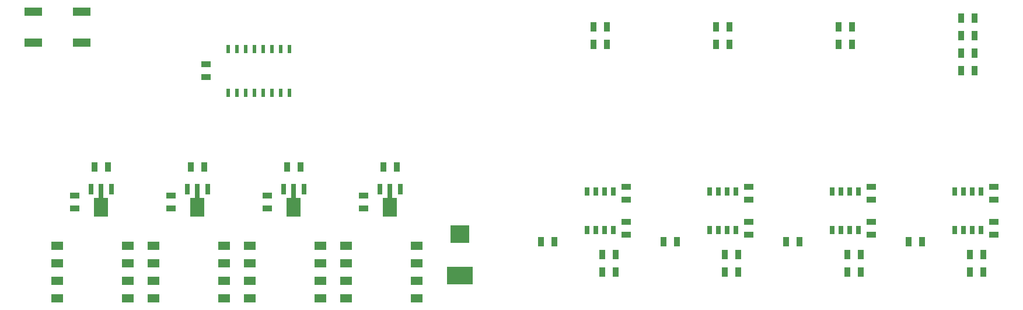
<source format=gtp>
G04 #@! TF.FileFunction,Paste,Top*
%FSLAX46Y46*%
G04 Gerber Fmt 4.6, Leading zero omitted, Abs format (unit mm)*
G04 Created by KiCad (PCBNEW 4.0.2-stable) date 18/09/2016 18:07:30*
%MOMM*%
G01*
G04 APERTURE LIST*
%ADD10C,0.150000*%
%ADD11R,0.889000X1.397000*%
%ADD12R,1.397000X0.889000*%
%ADD13R,2.700020X2.550160*%
%ADD14R,3.799840X2.550160*%
%ADD15R,1.800000X1.200000*%
%ADD16R,0.508000X1.143000*%
%ADD17R,0.701040X1.600200*%
%ADD18R,0.701040X2.100580*%
%ADD19R,1.998980X2.750820*%
%ADD20R,0.635000X1.270000*%
%ADD21R,2.600000X1.300000*%
G04 APERTURE END LIST*
D10*
D11*
X154622500Y-102235000D03*
X152717500Y-102235000D03*
D12*
X127000000Y-97472500D03*
X127000000Y-95567500D03*
D11*
X131762500Y-91440000D03*
X129857500Y-91440000D03*
D12*
X165100000Y-101282500D03*
X165100000Y-99377500D03*
X165100000Y-94297500D03*
X165100000Y-96202500D03*
D11*
X172402500Y-102235000D03*
X170497500Y-102235000D03*
D12*
X113030000Y-97472500D03*
X113030000Y-95567500D03*
D11*
X117792500Y-91440000D03*
X115887500Y-91440000D03*
D12*
X182880000Y-101282500D03*
X182880000Y-99377500D03*
X182880000Y-94297500D03*
X182880000Y-96202500D03*
D11*
X190182500Y-102235000D03*
X188277500Y-102235000D03*
D12*
X99060000Y-97472500D03*
X99060000Y-95567500D03*
D11*
X103822500Y-91440000D03*
X101917500Y-91440000D03*
D12*
X200660000Y-101282500D03*
X200660000Y-99377500D03*
X200660000Y-94297500D03*
X200660000Y-96202500D03*
D11*
X207962500Y-102235000D03*
X206057500Y-102235000D03*
D12*
X85090000Y-97472500D03*
X85090000Y-95567500D03*
D11*
X89852500Y-91440000D03*
X87947500Y-91440000D03*
D12*
X218440000Y-101282500D03*
X218440000Y-99377500D03*
X218440000Y-94297500D03*
X218440000Y-96202500D03*
D13*
X140970000Y-101140260D03*
D14*
X140970000Y-107139740D03*
D15*
X134640000Y-110490000D03*
X134640000Y-107950000D03*
X134640000Y-105410000D03*
X134640000Y-102870000D03*
X124440000Y-102870000D03*
X124440000Y-105410000D03*
X124440000Y-107950000D03*
X124440000Y-110490000D03*
X120670000Y-110490000D03*
X120670000Y-107950000D03*
X120670000Y-105410000D03*
X120670000Y-102870000D03*
X110470000Y-102870000D03*
X110470000Y-105410000D03*
X110470000Y-107950000D03*
X110470000Y-110490000D03*
X106700000Y-110490000D03*
X106700000Y-107950000D03*
X106700000Y-105410000D03*
X106700000Y-102870000D03*
X96500000Y-102870000D03*
X96500000Y-105410000D03*
X96500000Y-107950000D03*
X96500000Y-110490000D03*
X92730000Y-110490000D03*
X92730000Y-107950000D03*
X92730000Y-105410000D03*
X92730000Y-102870000D03*
X82530000Y-102870000D03*
X82530000Y-105410000D03*
X82530000Y-107950000D03*
X82530000Y-110490000D03*
D16*
X107315000Y-74295000D03*
X109855000Y-74295000D03*
X111125000Y-74295000D03*
X112395000Y-74295000D03*
X113665000Y-74295000D03*
X114935000Y-74295000D03*
X116205000Y-74295000D03*
X116205000Y-80645000D03*
X114935000Y-80645000D03*
X113665000Y-80645000D03*
X112395000Y-80645000D03*
X111125000Y-80645000D03*
X109855000Y-80645000D03*
X108585000Y-80645000D03*
X107315000Y-80645000D03*
X108585000Y-74295000D03*
D11*
X162242500Y-73660000D03*
X160337500Y-73660000D03*
X163512500Y-106680000D03*
X161607500Y-106680000D03*
X162242500Y-71120000D03*
X160337500Y-71120000D03*
X163512500Y-104140000D03*
X161607500Y-104140000D03*
X180022500Y-73660000D03*
X178117500Y-73660000D03*
X181292500Y-106680000D03*
X179387500Y-106680000D03*
X180022500Y-71120000D03*
X178117500Y-71120000D03*
X181292500Y-104140000D03*
X179387500Y-104140000D03*
X197802500Y-73660000D03*
X195897500Y-73660000D03*
X199072500Y-106680000D03*
X197167500Y-106680000D03*
X197802500Y-71120000D03*
X195897500Y-71120000D03*
X199072500Y-104140000D03*
X197167500Y-104140000D03*
X215582500Y-77470000D03*
X213677500Y-77470000D03*
X216852500Y-106680000D03*
X214947500Y-106680000D03*
X215582500Y-74930000D03*
X213677500Y-74930000D03*
X216852500Y-104140000D03*
X214947500Y-104140000D03*
D12*
X104140000Y-78422500D03*
X104140000Y-76517500D03*
D11*
X213677500Y-69850000D03*
X215582500Y-69850000D03*
X213677500Y-72390000D03*
X215582500Y-72390000D03*
D17*
X132311140Y-94620080D03*
D18*
X130810000Y-94869000D03*
D17*
X129308860Y-94620080D03*
D19*
X130810000Y-97269300D03*
D17*
X118341140Y-94620080D03*
D18*
X116840000Y-94869000D03*
D17*
X115338860Y-94620080D03*
D19*
X116840000Y-97269300D03*
D17*
X104371140Y-94620080D03*
D18*
X102870000Y-94869000D03*
D17*
X101368860Y-94620080D03*
D19*
X102870000Y-97269300D03*
D17*
X90401140Y-94620080D03*
D18*
X88900000Y-94869000D03*
D17*
X87398860Y-94620080D03*
D19*
X88900000Y-97269300D03*
D20*
X163195000Y-94996000D03*
X161925000Y-94996000D03*
X160655000Y-94996000D03*
X159385000Y-94996000D03*
X159385000Y-100584000D03*
X160655000Y-100584000D03*
X161925000Y-100584000D03*
X163195000Y-100584000D03*
X180975000Y-94996000D03*
X179705000Y-94996000D03*
X178435000Y-94996000D03*
X177165000Y-94996000D03*
X177165000Y-100584000D03*
X178435000Y-100584000D03*
X179705000Y-100584000D03*
X180975000Y-100584000D03*
X198755000Y-94996000D03*
X197485000Y-94996000D03*
X196215000Y-94996000D03*
X194945000Y-94996000D03*
X194945000Y-100584000D03*
X196215000Y-100584000D03*
X197485000Y-100584000D03*
X198755000Y-100584000D03*
X216535000Y-94996000D03*
X215265000Y-94996000D03*
X213995000Y-94996000D03*
X212725000Y-94996000D03*
X212725000Y-100584000D03*
X213995000Y-100584000D03*
X215265000Y-100584000D03*
X216535000Y-100584000D03*
D21*
X79050000Y-68870000D03*
X86050000Y-68870000D03*
X79050000Y-73370000D03*
X86050000Y-73370000D03*
M02*

</source>
